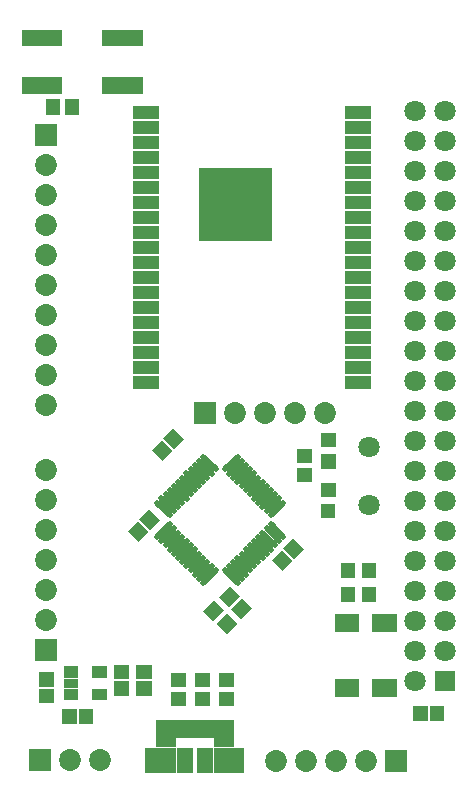
<source format=gts>
G04 Layer: TopSolderMaskLayer*
G04 EasyEDA v6.4.20.6, 2021-08-18T22:46:37+02:00*
G04 e60a8e21afaf4db98b740634109285cb,0ed378226b2144edad32923a29bf2ba1,10*
G04 Gerber Generator version 0.2*
G04 Scale: 100 percent, Rotated: No, Reflected: No *
G04 Dimensions in millimeters *
G04 leading zeros omitted , absolute positions ,4 integer and 5 decimal *
%FSLAX45Y45*%
%MOMM*%

%ADD40C,0.4832*%
%ADD41R,1.3032X1.2032*%
%ADD44C,1.8542*%
%ADD55R,1.8032X1.8032*%
%ADD56C,1.8032*%

%LPD*%
D40*
X-697313Y94861D02*
G01*
X-804791Y-12616D01*
X-732696Y130218D02*
G01*
X-840173Y22740D01*
X-768027Y165574D02*
G01*
X-875504Y58097D01*
X-803409Y200931D02*
G01*
X-910887Y93454D01*
X-838741Y236288D02*
G01*
X-946218Y128811D01*
X-874097Y271645D02*
G01*
X-981575Y164167D01*
X-909454Y307002D02*
G01*
X-1016932Y199524D01*
X-944811Y342358D02*
G01*
X-1052288Y234881D01*
X-980168Y377690D02*
G01*
X-1087645Y270212D01*
X-1015525Y413072D02*
G01*
X-1123002Y305595D01*
X-1050881Y448403D02*
G01*
X-1158359Y340926D01*
X-1086238Y483786D02*
G01*
X-1193716Y376308D01*
X-1270083Y376308D02*
G01*
X-1377561Y483786D01*
X-1305440Y340926D02*
G01*
X-1412918Y448403D01*
X-1340797Y305595D02*
G01*
X-1448274Y413072D01*
X-1376154Y270212D02*
G01*
X-1483631Y377690D01*
X-1411511Y234881D02*
G01*
X-1518988Y342358D01*
X-1446867Y199524D02*
G01*
X-1554345Y307002D01*
X-1482224Y164167D02*
G01*
X-1589702Y271645D01*
X-1517581Y128811D02*
G01*
X-1625058Y236288D01*
X-1552938Y93454D02*
G01*
X-1660415Y200931D01*
X-1588295Y58097D02*
G01*
X-1695772Y165574D01*
X-1623626Y22740D02*
G01*
X-1731103Y130218D01*
X-1659008Y-12616D02*
G01*
X-1766486Y94861D01*
X-1659008Y-88983D02*
G01*
X-1766486Y-196461D01*
X-1623626Y-124340D02*
G01*
X-1731103Y-231818D01*
X-1588295Y-159697D02*
G01*
X-1695772Y-267174D01*
X-1552938Y-195054D02*
G01*
X-1660415Y-302531D01*
X-1517581Y-230411D02*
G01*
X-1625058Y-337888D01*
X-1482224Y-265767D02*
G01*
X-1589702Y-373245D01*
X-1446867Y-301124D02*
G01*
X-1554345Y-408602D01*
X-1411511Y-336481D02*
G01*
X-1518988Y-443958D01*
X-1376154Y-371838D02*
G01*
X-1483631Y-479315D01*
X-1340797Y-407195D02*
G01*
X-1448274Y-514672D01*
X-1305440Y-442526D02*
G01*
X-1412918Y-550003D01*
X-1270083Y-477908D02*
G01*
X-1377561Y-585386D01*
X-1086238Y-585386D02*
G01*
X-1193716Y-477908D01*
X-1050881Y-550003D02*
G01*
X-1158359Y-442526D01*
X-1015525Y-514672D02*
G01*
X-1123002Y-407195D01*
X-980168Y-479315D02*
G01*
X-1087645Y-371838D01*
X-944811Y-443958D02*
G01*
X-1052288Y-336481D01*
X-909454Y-408602D02*
G01*
X-1016932Y-301124D01*
X-874097Y-373245D02*
G01*
X-981575Y-265767D01*
X-838741Y-337888D02*
G01*
X-946218Y-230411D01*
X-803409Y-302531D02*
G01*
X-910887Y-195054D01*
X-768027Y-267174D02*
G01*
X-875504Y-159697D01*
X-732696Y-231818D02*
G01*
X-840173Y-124340D01*
X-697313Y-196461D02*
G01*
X-804791Y-88983D01*
G36*
X-1944776Y-1539849D02*
G01*
X-1944776Y-1419453D01*
X-1814474Y-1419453D01*
X-1814474Y-1539849D01*
G37*
G36*
X-1944776Y-1399895D02*
G01*
X-1944776Y-1279499D01*
X-1814474Y-1279499D01*
X-1814474Y-1399895D01*
G37*
G36*
X403199Y-1754225D02*
G01*
X403199Y-1623923D01*
X523595Y-1623923D01*
X523595Y-1754225D01*
G37*
G36*
X543153Y-1754225D02*
G01*
X543153Y-1623923D01*
X663549Y-1623923D01*
X663549Y-1754225D01*
G37*
G36*
X-2135276Y-1399895D02*
G01*
X-2135276Y-1279499D01*
X-2004974Y-1279499D01*
X-2004974Y-1399895D01*
G37*
G36*
X-2135276Y-1539849D02*
G01*
X-2135276Y-1419453D01*
X-2004974Y-1419453D01*
X-2004974Y-1539849D01*
G37*
G36*
X-706272Y-480923D02*
G01*
X-798474Y-388975D01*
X-713384Y-303885D01*
X-621182Y-395833D01*
G37*
G36*
X-607466Y-382117D02*
G01*
X-699414Y-289915D01*
X-614324Y-204825D01*
X-522376Y-297027D01*
G37*
G36*
X-1925472Y-239623D02*
G01*
X-2017674Y-147675D01*
X-1932584Y-62585D01*
X-1840382Y-154533D01*
G37*
G36*
X-1826666Y-140817D02*
G01*
X-1918614Y-48615D01*
X-1833524Y36474D01*
X-1741576Y-55727D01*
G37*
G36*
X-1058824Y-887323D02*
G01*
X-1143914Y-802233D01*
X-1051966Y-710285D01*
X-966876Y-795375D01*
G37*
G36*
X-1157884Y-788517D02*
G01*
X-1242974Y-703427D01*
X-1150772Y-611225D01*
X-1065682Y-696315D01*
G37*
G36*
X-1722272Y446176D02*
G01*
X-1814474Y538124D01*
X-1729384Y623214D01*
X-1637182Y531266D01*
G37*
G36*
X-1623466Y544982D02*
G01*
X-1715414Y637184D01*
X-1630324Y722274D01*
X-1538376Y630072D01*
G37*
G36*
X-585876Y426364D02*
G01*
X-585876Y546506D01*
X-455574Y546506D01*
X-455574Y426364D01*
G37*
G36*
X-585876Y266344D02*
G01*
X-585876Y386486D01*
X-455574Y386486D01*
X-455574Y266344D01*
G37*
G36*
X-1246276Y-1625955D02*
G01*
X-1246276Y-1505813D01*
X-1115974Y-1505813D01*
X-1115974Y-1625955D01*
G37*
G36*
X-1246276Y-1466189D02*
G01*
X-1246276Y-1345793D01*
X-1115974Y-1345793D01*
X-1115974Y-1466189D01*
G37*
G36*
X-213766Y-547725D02*
G01*
X-213766Y-417423D01*
X-93370Y-417423D01*
X-93370Y-547725D01*
G37*
G36*
X-33680Y-547725D02*
G01*
X-33680Y-417423D01*
X86715Y-417423D01*
X86715Y-547725D01*
G37*
G36*
X-33680Y-750925D02*
G01*
X-33680Y-620623D01*
X86715Y-620623D01*
X86715Y-750925D01*
G37*
G36*
X-213766Y-750925D02*
G01*
X-213766Y-620623D01*
X-93370Y-620623D01*
X-93370Y-750925D01*
G37*
D41*
G01*
X-317500Y24307D03*
G36*
X-382676Y144170D02*
G01*
X-382676Y264566D01*
X-252374Y264566D01*
X-252374Y144170D01*
G37*
G36*
X-382676Y563270D02*
G01*
X-382676Y683666D01*
X-252374Y683666D01*
X-252374Y563270D01*
G37*
G36*
X-382676Y383184D02*
G01*
X-382676Y503580D01*
X-252374Y503580D01*
X-252374Y383184D01*
G37*
G36*
X-1652676Y-1625955D02*
G01*
X-1652676Y-1505813D01*
X-1522374Y-1505813D01*
X-1522374Y-1625955D01*
G37*
G36*
X-1652676Y-1466189D02*
G01*
X-1652676Y-1345793D01*
X-1522374Y-1345793D01*
X-1522374Y-1466189D01*
G37*
G36*
X-1449476Y-1625955D02*
G01*
X-1449476Y-1505813D01*
X-1319174Y-1505813D01*
X-1319174Y-1625955D01*
G37*
G36*
X-1449476Y-1466189D02*
G01*
X-1449476Y-1345793D01*
X-1319174Y-1345793D01*
X-1319174Y-1466189D01*
G37*
G36*
X-2797708Y-1248511D02*
G01*
X-2797708Y-1063091D01*
X-2612288Y-1063091D01*
X-2612288Y-1248511D01*
G37*
D44*
G01*
X-2705100Y-901700D03*
G01*
X-2705100Y-647700D03*
G01*
X-2705100Y-393700D03*
G01*
X-2705100Y-139700D03*
G01*
X-2705100Y114300D03*
G01*
X-2705100Y368300D03*
G36*
X-265074Y-1002893D02*
G01*
X-265074Y-852525D01*
X-54762Y-852525D01*
X-54762Y-1002893D01*
G37*
G36*
X-265074Y-1553057D02*
G01*
X-265074Y-1402689D01*
X-54762Y-1402689D01*
X-54762Y-1553057D01*
G37*
G36*
X54711Y-1553057D02*
G01*
X54711Y-1402689D01*
X265277Y-1402689D01*
X265277Y-1553057D01*
G37*
G36*
X54711Y-1002893D02*
G01*
X54711Y-852525D01*
X265277Y-852525D01*
X265277Y-1002893D01*
G37*
G36*
X161391Y-2188311D02*
G01*
X161391Y-2002891D01*
X346811Y-2002891D01*
X346811Y-2188311D01*
G37*
G01*
X0Y-2095500D03*
G01*
X-254000Y-2095500D03*
G01*
X-508000Y-2095500D03*
G01*
X-762000Y-2095500D03*
G36*
X-2568600Y-1779625D02*
G01*
X-2568600Y-1649323D01*
X-2448204Y-1649323D01*
X-2448204Y-1779625D01*
G37*
G36*
X-2428646Y-1779625D02*
G01*
X-2428646Y-1649323D01*
X-2308250Y-1649323D01*
X-2308250Y-1779625D01*
G37*
G36*
X-2230018Y3555644D02*
G01*
X-2230018Y3695852D01*
X-1889658Y3695852D01*
X-1889658Y3555644D01*
G37*
G36*
X-2910738Y3555644D02*
G01*
X-2910738Y3695852D01*
X-2570378Y3695852D01*
X-2570378Y3555644D01*
G37*
G36*
X-2910738Y3956964D02*
G01*
X-2910738Y4097172D01*
X-2570378Y4097172D01*
X-2570378Y3956964D01*
G37*
G36*
X-2230018Y3956964D02*
G01*
X-2230018Y4097172D01*
X-1889658Y4097172D01*
X-1889658Y3956964D01*
G37*
G36*
X-1451508Y761898D02*
G01*
X-1451508Y947318D01*
X-1266088Y947318D01*
X-1266088Y761898D01*
G37*
G01*
X-1104900Y854608D03*
G01*
X-850900Y854608D03*
G01*
X-596900Y854608D03*
G01*
X-342900Y854608D03*
G36*
X-2797708Y3111398D02*
G01*
X-2797708Y3296818D01*
X-2612288Y3296818D01*
X-2612288Y3111398D01*
G37*
G01*
X-2705100Y2950108D03*
G01*
X-2705100Y2696108D03*
G01*
X-2705100Y2442108D03*
G01*
X-2705100Y2188108D03*
G01*
X-2705100Y1934108D03*
G01*
X-2705100Y1680108D03*
G01*
X-2705100Y1426108D03*
G01*
X-2705100Y1172108D03*
G01*
X-2705100Y918108D03*
G36*
X-2848508Y-2175611D02*
G01*
X-2848508Y-1990191D01*
X-2663088Y-1990191D01*
X-2663088Y-2175611D01*
G37*
G01*
X-2501900Y-2082800D03*
G01*
X-2247900Y-2082800D03*
G36*
X-1610512Y-1902053D02*
G01*
X-1610512Y-1743557D01*
X-1545234Y-1743557D01*
X-1545234Y-1902053D01*
G37*
G36*
X-1545488Y-1902053D02*
G01*
X-1545488Y-1743557D01*
X-1480210Y-1743557D01*
X-1480210Y-1902053D01*
G37*
G36*
X-1480464Y-1902053D02*
G01*
X-1480464Y-1743811D01*
X-1415186Y-1743811D01*
X-1415186Y-1902053D01*
G37*
G36*
X-1415440Y-1902053D02*
G01*
X-1415440Y-1743557D01*
X-1350162Y-1743557D01*
X-1350162Y-1902053D01*
G37*
G36*
X-1350416Y-1902053D02*
G01*
X-1350416Y-1743557D01*
X-1285138Y-1743557D01*
X-1285138Y-1902053D01*
G37*
G36*
X-1777898Y-1973935D02*
G01*
X-1777898Y-1743557D01*
X-1610258Y-1743557D01*
X-1610258Y-1973935D01*
G37*
G36*
X-1285392Y-1973935D02*
G01*
X-1285392Y-1743557D01*
X-1117752Y-1743557D01*
X-1117752Y-1973935D01*
G37*
G36*
X-1867814Y-2193899D02*
G01*
X-1867814Y-1983587D01*
X-1610004Y-1983587D01*
X-1610004Y-2193899D01*
G37*
G36*
X-1285646Y-2193899D02*
G01*
X-1285646Y-1983587D01*
X-1027836Y-1983587D01*
X-1027836Y-2193899D01*
G37*
G36*
X-1600606Y-2193899D02*
G01*
X-1600606Y-1983587D01*
X-1462938Y-1983587D01*
X-1462938Y-2193899D01*
G37*
G36*
X-1432712Y-2193899D02*
G01*
X-1432712Y-1983587D01*
X-1294790Y-1983587D01*
X-1294790Y-2193899D01*
G37*
G36*
X-2705506Y3380130D02*
G01*
X-2705506Y3510686D01*
X-2585364Y3510686D01*
X-2585364Y3380130D01*
G37*
G36*
X-2545486Y3380130D02*
G01*
X-2545486Y3510686D01*
X-2425344Y3510686D01*
X-2425344Y3380130D01*
G37*
G36*
X-1291996Y-908405D02*
G01*
X-1377086Y-823315D01*
X-1284884Y-731113D01*
X-1199794Y-816203D01*
G37*
G36*
X-1178966Y-1021435D02*
G01*
X-1264056Y-936345D01*
X-1171854Y-844143D01*
X-1086764Y-929233D01*
G37*
G36*
X-1975256Y3339490D02*
G01*
X-1975256Y3449726D01*
X-1755038Y3449726D01*
X-1755038Y3339490D01*
G37*
G36*
X-1975256Y3212490D02*
G01*
X-1975256Y3322726D01*
X-1755038Y3322726D01*
X-1755038Y3212490D01*
G37*
G36*
X-1975256Y3085490D02*
G01*
X-1975256Y3195726D01*
X-1755038Y3195726D01*
X-1755038Y3085490D01*
G37*
G36*
X-1975256Y2958490D02*
G01*
X-1975256Y3068726D01*
X-1755038Y3068726D01*
X-1755038Y2958490D01*
G37*
G36*
X-1975256Y2831490D02*
G01*
X-1975256Y2941726D01*
X-1755038Y2941726D01*
X-1755038Y2831490D01*
G37*
G36*
X-1975256Y2704490D02*
G01*
X-1975256Y2814726D01*
X-1755038Y2814726D01*
X-1755038Y2704490D01*
G37*
G36*
X-1975256Y2577490D02*
G01*
X-1975256Y2687726D01*
X-1755038Y2687726D01*
X-1755038Y2577490D01*
G37*
G36*
X-1975256Y2450490D02*
G01*
X-1975256Y2560726D01*
X-1755038Y2560726D01*
X-1755038Y2450490D01*
G37*
G36*
X-1975256Y2323490D02*
G01*
X-1975256Y2433726D01*
X-1755038Y2433726D01*
X-1755038Y2323490D01*
G37*
G36*
X-1975256Y2196490D02*
G01*
X-1975256Y2306726D01*
X-1755038Y2306726D01*
X-1755038Y2196490D01*
G37*
G36*
X-1975256Y2069490D02*
G01*
X-1975256Y2179726D01*
X-1755038Y2179726D01*
X-1755038Y2069490D01*
G37*
G36*
X-1975256Y1942490D02*
G01*
X-1975256Y2052726D01*
X-1755038Y2052726D01*
X-1755038Y1942490D01*
G37*
G36*
X-1975256Y1815490D02*
G01*
X-1975256Y1925726D01*
X-1755038Y1925726D01*
X-1755038Y1815490D01*
G37*
G36*
X-1975256Y1688490D02*
G01*
X-1975256Y1798726D01*
X-1755038Y1798726D01*
X-1755038Y1688490D01*
G37*
G36*
X-1975256Y1561490D02*
G01*
X-1975256Y1671726D01*
X-1755038Y1671726D01*
X-1755038Y1561490D01*
G37*
G36*
X-1975256Y1434490D02*
G01*
X-1975256Y1544726D01*
X-1755038Y1544726D01*
X-1755038Y1434490D01*
G37*
G36*
X-1975256Y1307490D02*
G01*
X-1975256Y1417726D01*
X-1755038Y1417726D01*
X-1755038Y1307490D01*
G37*
G36*
X-1975256Y1180490D02*
G01*
X-1975256Y1290726D01*
X-1755038Y1290726D01*
X-1755038Y1180490D01*
G37*
G36*
X-1975256Y1053490D02*
G01*
X-1975256Y1163726D01*
X-1755038Y1163726D01*
X-1755038Y1053490D01*
G37*
G36*
X-175412Y1053490D02*
G01*
X-175412Y1163726D01*
X45059Y1163726D01*
X45059Y1053490D01*
G37*
G36*
X-175412Y1180490D02*
G01*
X-175412Y1290726D01*
X45059Y1290726D01*
X45059Y1180490D01*
G37*
G36*
X-175412Y1307490D02*
G01*
X-175412Y1417726D01*
X45059Y1417726D01*
X45059Y1307490D01*
G37*
G36*
X-175412Y1434490D02*
G01*
X-175412Y1544726D01*
X45059Y1544726D01*
X45059Y1434490D01*
G37*
G36*
X-175412Y1561490D02*
G01*
X-175412Y1671726D01*
X45059Y1671726D01*
X45059Y1561490D01*
G37*
G36*
X-175412Y1688490D02*
G01*
X-175412Y1798726D01*
X45059Y1798726D01*
X45059Y1688490D01*
G37*
G36*
X-175412Y1815490D02*
G01*
X-175412Y1925726D01*
X45059Y1925726D01*
X45059Y1815490D01*
G37*
G36*
X-175412Y1942490D02*
G01*
X-175412Y2052726D01*
X45059Y2052726D01*
X45059Y1942490D01*
G37*
G36*
X-175412Y2069490D02*
G01*
X-175412Y2179726D01*
X45059Y2179726D01*
X45059Y2069490D01*
G37*
G36*
X-175412Y2196490D02*
G01*
X-175412Y2306726D01*
X45059Y2306726D01*
X45059Y2196490D01*
G37*
G36*
X-175412Y2323490D02*
G01*
X-175412Y2433726D01*
X45059Y2433726D01*
X45059Y2323490D01*
G37*
G36*
X-175412Y2450490D02*
G01*
X-175412Y2560726D01*
X45059Y2560726D01*
X45059Y2450490D01*
G37*
G36*
X-175412Y2577490D02*
G01*
X-175412Y2687726D01*
X45059Y2687726D01*
X45059Y2577490D01*
G37*
G36*
X-175412Y2704490D02*
G01*
X-175412Y2814726D01*
X45059Y2814726D01*
X45059Y2704490D01*
G37*
G36*
X-175412Y2831490D02*
G01*
X-175412Y2941726D01*
X45059Y2941726D01*
X45059Y2831490D01*
G37*
G36*
X-175412Y2958490D02*
G01*
X-175412Y3068726D01*
X45059Y3068726D01*
X45059Y2958490D01*
G37*
G36*
X-175412Y3085490D02*
G01*
X-175412Y3195726D01*
X45059Y3195726D01*
X45059Y3085490D01*
G37*
G36*
X-175412Y3212490D02*
G01*
X-175412Y3322726D01*
X45059Y3322726D01*
X45059Y3212490D01*
G37*
G36*
X-175412Y3339490D02*
G01*
X-175412Y3449726D01*
X45059Y3449726D01*
X45059Y3339490D01*
G37*
G36*
X-1413408Y2305456D02*
G01*
X-1413408Y2925724D01*
X-793140Y2925724D01*
X-793140Y2305456D01*
G37*
G36*
X-2770276Y-1603349D02*
G01*
X-2770276Y-1482953D01*
X-2639974Y-1482953D01*
X-2639974Y-1603349D01*
G37*
G36*
X-2770276Y-1463395D02*
G01*
X-2770276Y-1342999D01*
X-2639974Y-1342999D01*
X-2639974Y-1463395D01*
G37*
G36*
X-2315108Y-1390243D02*
G01*
X-2315108Y-1289913D01*
X-2194712Y-1289913D01*
X-2194712Y-1390243D01*
G37*
G36*
X-2315108Y-1580235D02*
G01*
X-2315108Y-1479905D01*
X-2194712Y-1479905D01*
X-2194712Y-1580235D01*
G37*
G36*
X-2555138Y-1580235D02*
G01*
X-2555138Y-1479905D01*
X-2434742Y-1479905D01*
X-2434742Y-1580235D01*
G37*
G36*
X-2555138Y-1475333D02*
G01*
X-2555138Y-1394815D01*
X-2434742Y-1394815D01*
X-2434742Y-1475333D01*
G37*
G36*
X-2555138Y-1390243D02*
G01*
X-2555138Y-1289913D01*
X-2434742Y-1289913D01*
X-2434742Y-1390243D01*
G37*
D55*
G01*
X666597Y-1418691D03*
D56*
G01*
X412597Y-1418691D03*
G01*
X666597Y-1164691D03*
G01*
X412597Y-1164691D03*
G01*
X666597Y-910691D03*
G01*
X412597Y-910691D03*
G01*
X666597Y-656691D03*
G01*
X412597Y-656691D03*
G01*
X666597Y-402691D03*
G01*
X412597Y-402691D03*
G01*
X666597Y-148691D03*
G01*
X412597Y-148691D03*
G01*
X666597Y105308D03*
G01*
X412597Y105308D03*
G01*
X666597Y359308D03*
G01*
X412597Y359308D03*
G01*
X666597Y613308D03*
G01*
X412597Y613308D03*
G01*
X666597Y867308D03*
G01*
X412597Y867308D03*
G01*
X666597Y1121308D03*
G01*
X412597Y1121308D03*
G01*
X666597Y1375308D03*
G01*
X412597Y1375308D03*
G01*
X666597Y1629308D03*
G01*
X412597Y1629308D03*
G01*
X666597Y1883308D03*
G01*
X412597Y1883308D03*
G01*
X666597Y2137308D03*
G01*
X412597Y2137308D03*
G01*
X666597Y2391308D03*
G01*
X412597Y2391308D03*
G01*
X666597Y2645308D03*
G01*
X412597Y2645308D03*
G01*
X666597Y2899308D03*
G01*
X412597Y2899308D03*
G01*
X666597Y3153308D03*
G01*
X412597Y3153308D03*
G01*
X666597Y3407308D03*
G01*
X412597Y3407308D03*
G01*
X25400Y72491D03*
G01*
X25400Y562508D03*
M02*

</source>
